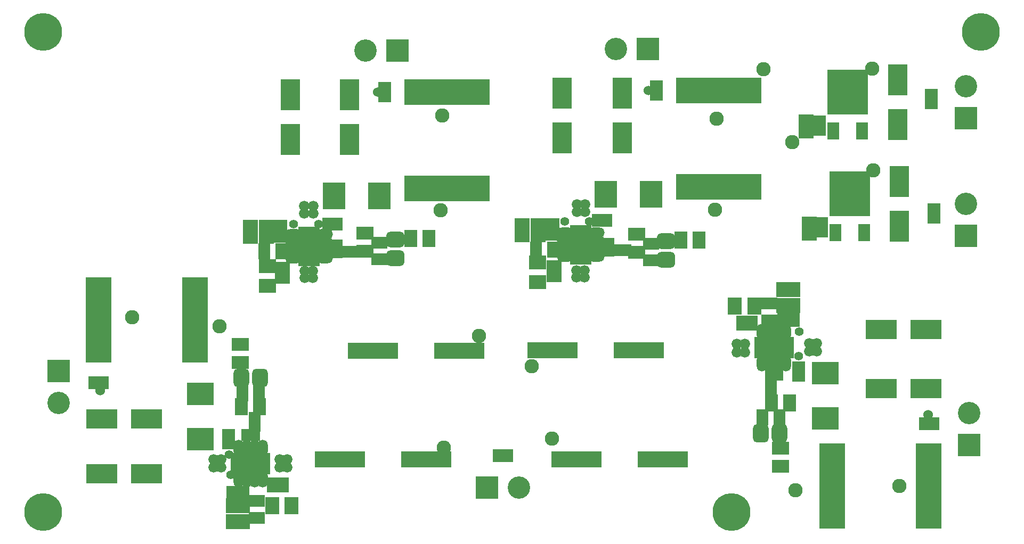
<source format=gts>
G04 Layer_Color=20142*
%FSLAX25Y25*%
%MOIN*%
G70*
G01*
G75*
%ADD65R,0.31559X0.09906*%
%ADD66R,0.07937X0.07543*%
%ADD67R,0.09709X0.09118*%
%ADD68R,0.11874X0.19748*%
%ADD69R,0.07543X0.07937*%
%ADD70R,0.19748X0.11874*%
%ADD71R,0.09118X0.09709*%
%ADD72R,0.07543X0.09118*%
%ADD73R,0.07543X0.07347*%
%ADD74R,0.06913X0.07622*%
%ADD75R,0.08331X0.09315*%
%ADD76R,0.09118X0.07543*%
%ADD77R,0.07347X0.07543*%
%ADD78R,0.07622X0.06913*%
%ADD79R,0.09315X0.08331*%
%ADD80R,0.16402X0.53213*%
%ADD81R,0.53213X0.16402*%
%ADD82R,0.10693X0.08331*%
%ADD83R,0.10299X0.07543*%
G04:AMPARAMS|DCode=84|XSize=114.8mil|YSize=99.06mil|CornerRadius=25.91mil|HoleSize=0mil|Usage=FLASHONLY|Rotation=0.000|XOffset=0mil|YOffset=0mil|HoleType=Round|Shape=RoundedRectangle|*
%AMROUNDEDRECTD84*
21,1,0.11480,0.04724,0,0,0.0*
21,1,0.06299,0.09906,0,0,0.0*
1,1,0.05181,0.03150,-0.02362*
1,1,0.05181,-0.03150,-0.02362*
1,1,0.05181,-0.03150,0.02362*
1,1,0.05181,0.03150,0.02362*
%
%ADD84ROUNDEDRECTD84*%
%ADD85R,0.09118X0.11087*%
%ADD86R,0.08331X0.10693*%
%ADD87R,0.07543X0.10102*%
%ADD88R,0.07543X0.10299*%
G04:AMPARAMS|DCode=89|XSize=114.8mil|YSize=99.06mil|CornerRadius=25.91mil|HoleSize=0mil|Usage=FLASHONLY|Rotation=270.000|XOffset=0mil|YOffset=0mil|HoleType=Round|Shape=RoundedRectangle|*
%AMROUNDEDRECTD89*
21,1,0.11480,0.04724,0,0,270.0*
21,1,0.06299,0.09906,0,0,270.0*
1,1,0.05181,-0.02362,-0.03150*
1,1,0.05181,-0.02362,0.03150*
1,1,0.05181,0.02362,0.03150*
1,1,0.05181,0.02362,-0.03150*
%
%ADD89ROUNDEDRECTD89*%
%ADD90R,0.11087X0.09118*%
%ADD91R,0.10102X0.07543*%
%ADD92R,0.07543X0.11087*%
%ADD93R,0.25457X0.28409*%
%ADD94O,0.10693X0.06362*%
%ADD95R,0.13488X0.25000*%
%ADD96O,0.06362X0.10693*%
%ADD97R,0.25000X0.13488*%
%ADD98R,0.14236X0.16598*%
%ADD99R,0.16598X0.14236*%
%ADD100C,0.14000*%
%ADD101R,0.14000X0.14000*%
%ADD102R,0.14000X0.14000*%
%ADD103C,0.05500*%
%ADD104C,0.09000*%
%ADD105C,0.06000*%
%ADD106C,0.06600*%
%ADD107C,0.23685*%
D65*
X322000Y159000D02*
D03*
X376000D02*
D03*
X509000Y227500D02*
D03*
X455000D02*
D03*
X524000Y159000D02*
D03*
X470000D02*
D03*
X342500Y227000D02*
D03*
X396500D02*
D03*
D66*
X623338Y306949D02*
D03*
Y301634D02*
D03*
X693500Y315657D02*
D03*
Y310343D02*
D03*
X621775Y370827D02*
D03*
Y365512D02*
D03*
X692000Y387283D02*
D03*
Y381968D02*
D03*
X252346Y169163D02*
D03*
Y174478D02*
D03*
X350000Y386343D02*
D03*
Y391657D02*
D03*
X608948Y216596D02*
D03*
Y211281D02*
D03*
X520000Y387343D02*
D03*
Y392657D02*
D03*
D67*
X613500Y364350D02*
D03*
Y370650D02*
D03*
X266000Y298350D02*
D03*
Y304650D02*
D03*
X276000Y298350D02*
D03*
Y304650D02*
D03*
X436000Y299350D02*
D03*
Y305650D02*
D03*
X446000Y299350D02*
D03*
Y305650D02*
D03*
X615500Y300350D02*
D03*
Y306650D02*
D03*
D68*
X671000Y368650D02*
D03*
Y396602D02*
D03*
X291000Y387476D02*
D03*
Y359524D02*
D03*
X328000Y387476D02*
D03*
Y359524D02*
D03*
X461000Y388476D02*
D03*
Y360524D02*
D03*
X498500Y388476D02*
D03*
Y360524D02*
D03*
X672000Y305024D02*
D03*
Y332976D02*
D03*
D69*
X314456Y306370D02*
D03*
X319771D02*
D03*
X173658Y207000D02*
D03*
X168342D02*
D03*
X483219Y308834D02*
D03*
X488534D02*
D03*
X687843Y181500D02*
D03*
X693157D02*
D03*
X426657Y161500D02*
D03*
X421343D02*
D03*
D70*
X173024Y150000D02*
D03*
X200976D02*
D03*
X173024Y184500D02*
D03*
X200976D02*
D03*
X688476Y240500D02*
D03*
X660524D02*
D03*
X688476Y203500D02*
D03*
X660524D02*
D03*
D71*
X261150Y120000D02*
D03*
X254850D02*
D03*
X261150Y130000D02*
D03*
X254850D02*
D03*
X599350Y265500D02*
D03*
X605650D02*
D03*
X599350Y255500D02*
D03*
X605650D02*
D03*
D72*
X254560Y138000D02*
D03*
X261440D02*
D03*
X605940Y246500D02*
D03*
X599060D02*
D03*
D73*
X268500Y185059D02*
D03*
Y179941D02*
D03*
X591500Y201441D02*
D03*
Y206559D02*
D03*
D74*
X263559Y174500D02*
D03*
X268441D02*
D03*
X595941Y212000D02*
D03*
X591059D02*
D03*
D75*
X285756Y143000D02*
D03*
X280244D02*
D03*
X573744Y244500D02*
D03*
X579256D02*
D03*
D76*
X455008Y306467D02*
D03*
Y299586D02*
D03*
X284500Y305440D02*
D03*
Y298560D02*
D03*
D77*
X500559Y290000D02*
D03*
X495441D02*
D03*
X330559Y289000D02*
D03*
X325441D02*
D03*
D78*
X490000Y294441D02*
D03*
Y289559D02*
D03*
X320000Y293441D02*
D03*
Y288559D02*
D03*
D79*
X456000Y274244D02*
D03*
Y279756D02*
D03*
X286000Y273244D02*
D03*
Y278756D02*
D03*
D80*
X231217Y246500D02*
D03*
X170783D02*
D03*
X629783Y142500D02*
D03*
X690216D02*
D03*
D81*
X559000Y329784D02*
D03*
Y390216D02*
D03*
X389000Y328783D02*
D03*
Y389216D02*
D03*
D82*
X259500Y231209D02*
D03*
Y219791D02*
D03*
X337500Y289291D02*
D03*
Y300709D02*
D03*
X597500Y154791D02*
D03*
Y166209D02*
D03*
X507500Y288791D02*
D03*
Y300209D02*
D03*
D83*
X270000Y122370D02*
D03*
Y133000D02*
D03*
X590500Y256815D02*
D03*
Y246185D02*
D03*
D84*
X356500Y296905D02*
D03*
Y285094D02*
D03*
X526000Y295905D02*
D03*
Y284095D02*
D03*
D85*
X279398Y130000D02*
D03*
X291602D02*
D03*
X581102Y255000D02*
D03*
X568898D02*
D03*
D86*
X271709Y192000D02*
D03*
X260291D02*
D03*
X546709Y296500D02*
D03*
X535291D02*
D03*
X591791Y194500D02*
D03*
X603209D02*
D03*
X377709Y297500D02*
D03*
X366291D02*
D03*
D87*
X271217Y200500D02*
D03*
X260784D02*
D03*
X586283Y185500D02*
D03*
X596716D02*
D03*
D88*
X444685Y290500D02*
D03*
X455315D02*
D03*
X274685Y289500D02*
D03*
X285315D02*
D03*
D89*
X596906Y175500D02*
D03*
X585094D02*
D03*
X260094Y210000D02*
D03*
X271905D02*
D03*
D90*
X445390Y282397D02*
D03*
Y270192D02*
D03*
X276500Y280102D02*
D03*
Y267898D02*
D03*
D91*
X516500Y283784D02*
D03*
Y294216D02*
D03*
X346500Y284283D02*
D03*
Y294717D02*
D03*
D92*
X630524Y364591D02*
D03*
X648476D02*
D03*
X632024Y300965D02*
D03*
X649976D02*
D03*
D93*
X639500Y389000D02*
D03*
X641000Y325374D02*
D03*
D94*
X292854Y300000D02*
D03*
Y295000D02*
D03*
Y290000D02*
D03*
Y285000D02*
D03*
X312146Y300000D02*
D03*
Y295000D02*
D03*
Y290000D02*
D03*
Y285000D02*
D03*
X462854Y301000D02*
D03*
Y296000D02*
D03*
Y291000D02*
D03*
Y286000D02*
D03*
X482146Y301000D02*
D03*
Y296000D02*
D03*
Y291000D02*
D03*
Y286000D02*
D03*
D95*
X302500Y292500D02*
D03*
X472500Y293500D02*
D03*
D96*
X601000Y238646D02*
D03*
X596000D02*
D03*
X591000D02*
D03*
X586000D02*
D03*
X601000Y219354D02*
D03*
X596000D02*
D03*
X591000D02*
D03*
X586000D02*
D03*
X258500Y146854D02*
D03*
X263500D02*
D03*
X268500D02*
D03*
X273500D02*
D03*
X258500Y166146D02*
D03*
X263500D02*
D03*
X268500D02*
D03*
X273500D02*
D03*
D97*
X593500Y229000D02*
D03*
X266000Y156500D02*
D03*
D98*
X318327Y324000D02*
D03*
X346673D02*
D03*
X488327Y325000D02*
D03*
X516673D02*
D03*
D99*
X625500Y213173D02*
D03*
Y184827D02*
D03*
X234500Y171827D02*
D03*
Y200173D02*
D03*
D100*
X146000Y194500D02*
D03*
X715500Y188000D02*
D03*
X494500Y416000D02*
D03*
X338000Y415000D02*
D03*
X713500Y392626D02*
D03*
Y319000D02*
D03*
X434000Y141500D02*
D03*
D101*
X146000Y214500D02*
D03*
X715500Y168000D02*
D03*
X713500Y372626D02*
D03*
Y299000D02*
D03*
D102*
X514500Y416000D02*
D03*
X358000Y415000D02*
D03*
X414000Y141500D02*
D03*
D103*
X252500Y162000D02*
D03*
X608996Y223863D02*
D03*
X609119Y239075D02*
D03*
X253560Y149500D02*
D03*
X462500Y308000D02*
D03*
X308500Y306500D02*
D03*
X293000D02*
D03*
X478000Y308000D02*
D03*
D104*
X607012Y139768D02*
D03*
X385000Y315000D02*
D03*
X655000Y403626D02*
D03*
X655500Y340000D02*
D03*
X605000Y357850D02*
D03*
X587000Y403500D02*
D03*
X454500Y172000D02*
D03*
X442000Y217500D02*
D03*
X387000Y166500D02*
D03*
X409000Y236500D02*
D03*
X386000Y374500D02*
D03*
X192000Y248000D02*
D03*
X246500Y242500D02*
D03*
X557500Y372500D02*
D03*
X556500Y315500D02*
D03*
X672000Y142500D02*
D03*
D105*
X690000Y187000D02*
D03*
X172000Y202000D02*
D03*
X515000Y390000D02*
D03*
X345500Y389000D02*
D03*
D106*
X259500Y154000D02*
D03*
Y159000D02*
D03*
X273000D02*
D03*
Y154000D02*
D03*
X284354Y154120D02*
D03*
Y159120D02*
D03*
X247412Y159000D02*
D03*
Y154000D02*
D03*
X242912Y159000D02*
D03*
Y154000D02*
D03*
X288854Y154120D02*
D03*
Y159120D02*
D03*
X586500Y231500D02*
D03*
Y226500D02*
D03*
X600500D02*
D03*
Y231500D02*
D03*
X575233D02*
D03*
Y226000D02*
D03*
X570233Y231500D02*
D03*
Y226000D02*
D03*
X615613Y231911D02*
D03*
Y226911D02*
D03*
X620113D02*
D03*
Y231911D02*
D03*
X470000Y286500D02*
D03*
X475000D02*
D03*
Y300500D02*
D03*
X470000D02*
D03*
X470075Y314141D02*
D03*
X475075D02*
D03*
Y318641D02*
D03*
X470075D02*
D03*
X469845Y277504D02*
D03*
X474846D02*
D03*
X469845Y273004D02*
D03*
X474846D02*
D03*
X300000Y285500D02*
D03*
Y299500D02*
D03*
X305000D02*
D03*
Y285500D02*
D03*
X305041Y277233D02*
D03*
X300041D02*
D03*
Y272733D02*
D03*
X305041D02*
D03*
X305068Y313210D02*
D03*
X299568D02*
D03*
Y317710D02*
D03*
X305068D02*
D03*
D107*
X136316Y126036D02*
D03*
Y426824D02*
D03*
X722930D02*
D03*
X567025Y126036D02*
D03*
M02*

</source>
